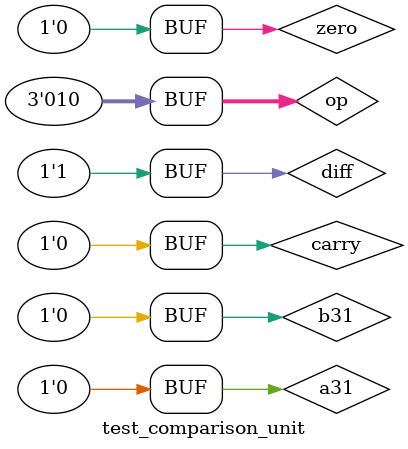
<source format=v>
`timescale 1ns / 1ps

module test_comparison_unit;

	// Inputs
	reg a31;
	reg b31;
	reg carry;
	reg zero;
	reg diff;
	reg [2:0] op;

	// Outputs
	wire comparison_unit_out;

	// Instantiate the Unit Under Test (UUT)
	comparison_unit uut (
		.a31(a31), 
		.b31(b31), 
		.carry(carry), 
		.zero(zero), 
		.diff(diff), 
		.op(op), 
		.comparison_unit_out(comparison_unit_out)
	);

	initial begin
		// Initialize Inputs
		a31 = 0;
		b31 = 0;
		carry = 0;
		zero = 1;
		diff = 0;
		op = 3'b100;

		#100;
        
		// Add stimulus here
		
		
		a31 = 1;
		b31 = 1;
		carry = 0;
		zero = 0;
		diff = 0;
		op = 3'b001;

		#100;
		
		
		
		a31 = 0;
		b31 = 0;
		carry = 0;
		zero = 0;
		diff = 0;
		op = 3'b010;

		#100;
		
		
		a31 = 0;
		b31 = 0;
		carry = 0;
		zero = 0;
		diff = 1;
		op = 3'b010;

		#100;

	end
      
endmodule


</source>
